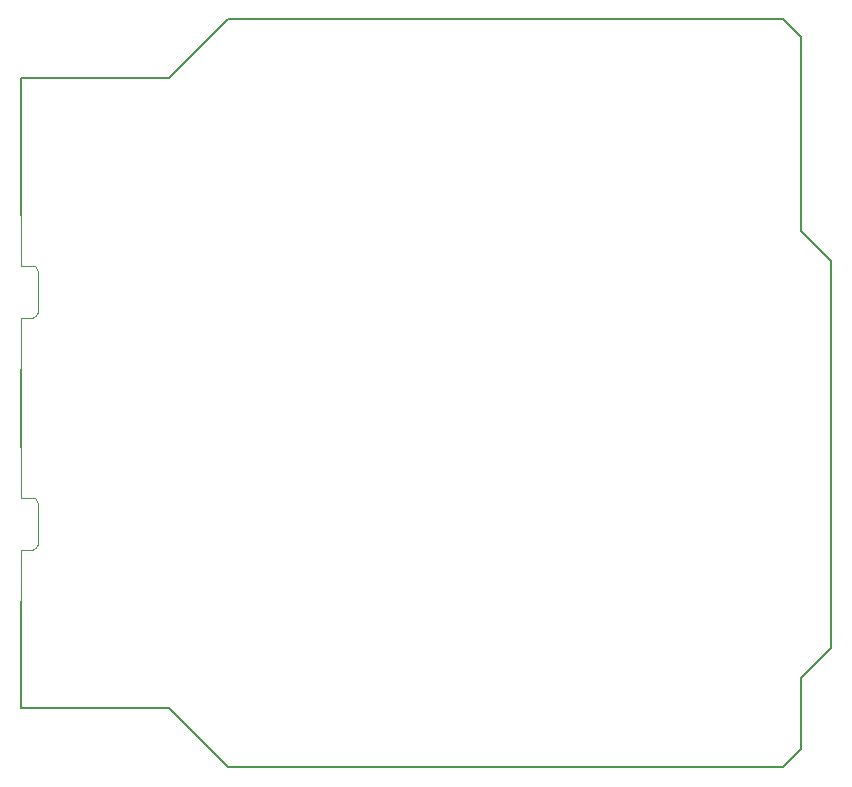
<source format=gbr>
%TF.GenerationSoftware,KiCad,Pcbnew,(6.0.5)*%
%TF.CreationDate,2023-01-02T11:49:04+00:00*%
%TF.ProjectId,ArduinoMIDIProtoShield,41726475-696e-46f4-9d49-444950726f74,rev?*%
%TF.SameCoordinates,Original*%
%TF.FileFunction,Profile,NP*%
%FSLAX46Y46*%
G04 Gerber Fmt 4.6, Leading zero omitted, Abs format (unit mm)*
G04 Created by KiCad (PCBNEW (6.0.5)) date 2023-01-02 11:49:04*
%MOMM*%
%LPD*%
G01*
G04 APERTURE LIST*
%TA.AperFunction,Profile*%
%ADD10C,0.150000*%
%TD*%
%TA.AperFunction,Profile*%
%ADD11C,0.120000*%
%TD*%
G04 APERTURE END LIST*
D10*
X177038000Y-126365000D02*
X177038000Y-129841000D01*
X175514000Y-131365000D02*
X128520000Y-131365000D01*
X177038000Y-129841000D02*
X175514000Y-131365000D01*
X123520000Y-126365000D02*
X110998000Y-126365000D01*
X123520000Y-126365000D02*
X128520000Y-131365000D01*
X123520000Y-73025000D02*
X110998000Y-73025000D01*
X128520000Y-68025000D02*
X123520000Y-73025000D01*
X175514000Y-68025000D02*
X128520000Y-68025000D01*
X177038000Y-74549000D02*
X177038000Y-69549000D01*
X110998000Y-126365000D02*
X110993800Y-117250000D01*
X179578000Y-88519000D02*
X177038000Y-85979000D01*
X177038000Y-126365000D02*
X177038000Y-123825000D01*
X110993800Y-97600000D02*
X110993800Y-104250000D01*
X177038000Y-69549000D02*
X175514000Y-68025000D01*
X177038000Y-123825000D02*
X179578000Y-121285000D01*
X179578000Y-121285000D02*
X179578000Y-88519000D01*
X110998000Y-73025000D02*
X110993800Y-84600000D01*
X177038000Y-85979000D02*
X177038000Y-74549000D01*
D11*
%TO.C,J2*%
X112393800Y-112550000D02*
X112393800Y-108950000D01*
X111993800Y-108550000D02*
X110993800Y-108550000D01*
X110993800Y-108550000D02*
X110993800Y-104250000D01*
X110993800Y-112950000D02*
X110993800Y-117250000D01*
X111993800Y-112950000D02*
X110993800Y-112950000D01*
X111993800Y-112950000D02*
G75*
G03*
X112393800Y-112550000I0J400000D01*
G01*
X112393800Y-108950000D02*
G75*
G03*
X111993800Y-108550000I-400002J-2D01*
G01*
%TO.C,J1*%
X110993800Y-93300000D02*
X110993800Y-97600000D01*
X111993800Y-88900000D02*
X110993800Y-88900000D01*
X112393800Y-92900000D02*
X112393800Y-89300000D01*
X110993800Y-88900000D02*
X110993800Y-84600000D01*
X111993800Y-93300000D02*
X110993800Y-93300000D01*
X112393800Y-89300000D02*
G75*
G03*
X111993800Y-88900000I-400002J-2D01*
G01*
X111993800Y-93300000D02*
G75*
G03*
X112393800Y-92900000I0J400000D01*
G01*
%TD*%
M02*

</source>
